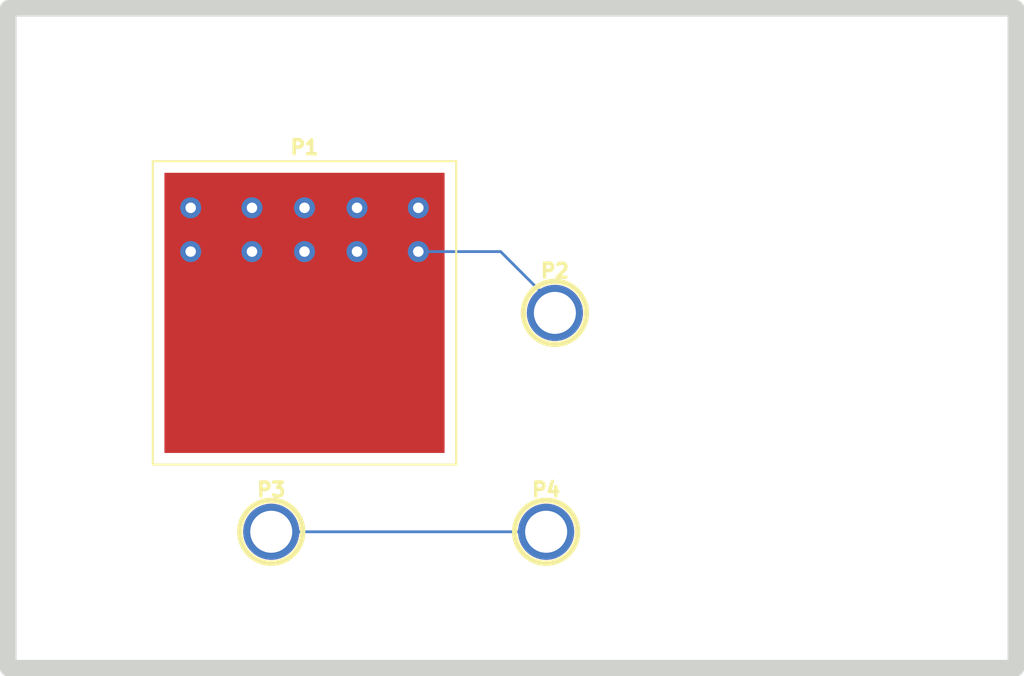
<source format=kicad_pcb>
(kicad_pcb (version 20221018) (generator pcbnew)
  (layers (0 "F.Cu" signal "Dessus") (31 "B.Cu" signal "Dessous") (34 "B.Paste" user) (35 "F.Paste" user) (36 "B.SilkS" user "B.Silkscreen") (37 "F.SilkS" user "F.Silkscreen") (38 "B.Mask" user) (39 "F.Mask" user) (44 "Edge.Cuts" user))
  (net 0 "")
  (net 1 "/NET1")
  (net 2 "/NET2")
  (footprint "Connect:1pin_thermal" (layer "F.Cu") (at 89.535 45.593)
    (fp_text reference "P1" (at 0 -12) (layer "F.SilkS") (effects (font (size 1.016 1.016) (thickness 0.254))))
    (fp_text value "CONN_1" hide)
    (fp_line (start -11 -11) (end 11 -11) (stroke (width 0.15)) (layer "F.SilkS"))
    (fp_line (start -11 11) (end -11 -11) (stroke (width 0.15)) (layer "F.SilkS"))
    (fp_line (start 11 -11) (end 11 11) (stroke (width 0.15)) (layer "F.SilkS"))
    (fp_line (start 11 11) (end -11 11) (stroke (width 0.15)) (layer "F.SilkS"))
    (pad "1" thru_hole circle (at -8.255 -7.62) (size 1.524 1.524) (drill 0.762) (layers "*.Cu" "*.Mask") (net 2 "/NET2"))
    (pad "1" thru_hole circle (at -8.255 -4.445) (size 1.524 1.524) (drill 0.762) (layers "*.Cu" "*.Mask") (net 2 "/NET2"))
    (pad "1" thru_hole circle (at -3.81 -7.62) (size 1.524 1.524) (drill 0.762) (layers "*.Cu" "*.Mask") (net 2 "/NET2"))
    (pad "1" thru_hole circle (at -3.81 -4.445) (size 1.524 1.524) (drill 0.762) (layers "*.Cu" "*.Mask") (net 2 "/NET2"))
    (pad "1" thru_hole circle (at 0 -7.62) (size 1.524 1.524) (drill 0.762) (layers "*.Cu" "*.Mask") (net 2 "/NET2"))
    (pad "1" thru_hole circle (at 0 -4.445) (size 1.524 1.524) (drill 0.762) (layers "*.Cu" "*.Mask") (net 2 "/NET2"))
    (pad "1" smd rect (at 0 0) (size 20.32 20.32) (layers "F.Cu" "F.Paste" "F.Mask") (net 2 "/NET2"))
    (pad "1" thru_hole circle (at 3.81 -7.62) (size 1.524 1.524) (drill 0.762) (layers "*.Cu" "*.Mask") (net 2 "/NET2"))
    (pad "1" thru_hole circle (at 3.81 -4.445) (size 1.524 1.524) (drill 0.762) (layers "*.Cu" "*.Mask") (net 2 "/NET2"))
    (pad "1" thru_hole circle (at 8.255 -7.62) (size 1.524 1.524) (drill 0.762) (layers "*.Cu" "*.Mask") (net 2 "/NET2"))
    (pad "1" thru_hole circle (at 8.255 -4.445) (size 1.524 1.524) (drill 0.762) (layers "*.Cu" "*.Mask") (net 2 "/NET2"))
  )
  (footprint "Connect:1pin" (layer "F.Cu") (at 107.696 45.593)
    (fp_text reference "P2" (at 0 -3.048) (layer "F.SilkS") (effects (font (size 1.016 1.016) (thickness 0.254))))
    (fp_text value "CONN_1" hide)
    (fp_circle (center 0 0) (end 0 -2.286) (stroke (width 0.381)) (fill none) (layer "F.SilkS"))
    (pad "1" thru_hole circle (at 0 0) (size 4.064 4.064) (drill 3.048) (layers "*.Cu" "*.Mask") (net 2 "/NET2"))
  )
  (footprint "Connect:1pin" (layer "F.Cu") (at 87.122 61.468)
    (fp_text reference "P3" (at 0 -3.048) (layer "F.SilkS") (effects (font (size 1.016 1.016) (thickness 0.254))))
    (fp_text value "CONN_1" hide)
    (fp_circle (center 0 0) (end 0 -2.286) (stroke (width 0.381)) (fill none) (layer "F.SilkS"))
    (pad "1" thru_hole circle (at 0 0) (size 4.064 4.064) (drill 3.048) (layers "*.Cu" "*.Mask") (net 1 "/NET1"))
  )
  (footprint "Connect:1pin" (layer "F.Cu") (at 107.061 61.468)
    (fp_text reference "P4" (at 0 -3.048) (layer "F.SilkS") (effects (font (size 1.016 1.016) (thickness 0.254))))
    (fp_text value "CONN_1" hide)
    (fp_circle (center 0 0) (end 0 -2.286) (stroke (width 0.381)) (fill none) (layer "F.SilkS"))
    (pad "1" thru_hole circle (at 0 0) (size 4.064 4.064) (drill 3.048) (layers "*.Cu" "*.Mask") (net 1 "/NET1"))
  )
  (gr_rect (start 68.05 23.5) (end 141.13 71.36) (stroke (width 1.2)) (fill none) (layer "Edge.Cuts"))
  (segment (start 107.061 61.468) (end 87.122 61.468) (width 0.2032) (layer "B.Cu") (net 1))
  (segment (start 107.696 45.085) (end 107.696 45.593) (width 0.2032) (layer "B.Cu") (net 2))
  (segment (start 103.759 41.148) (end 107.696 45.085) (width 0.2032) (layer "B.Cu") (net 2))
  (segment (start 97.79 41.148) (end 103.759 41.148) (width 0.2032) (layer "B.Cu") (net 2))
)
</source>
